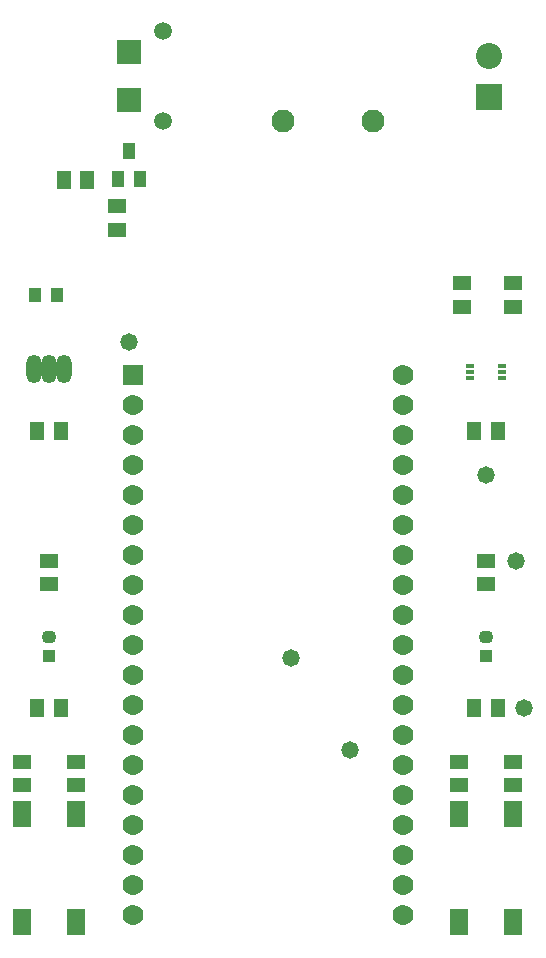
<source format=gts>
G04*
G04 #@! TF.GenerationSoftware,Altium Limited,Altium Designer,21.7.1 (17)*
G04*
G04 Layer_Color=8388736*
%FSLAX25Y25*%
%MOIN*%
G70*
G04*
G04 #@! TF.SameCoordinates,4F73F3F9-A25A-42A2-B41E-11CF7C4F7039*
G04*
G04*
G04 #@! TF.FilePolarity,Negative*
G04*
G01*
G75*
%ADD26R,0.03950X0.04540*%
%ADD27R,0.05918X0.04737*%
%ADD28R,0.04737X0.05918*%
%ADD29R,0.03950X0.05524*%
%ADD30R,0.08202X0.08359*%
%ADD31R,0.04343X0.03950*%
G04:AMPARAMS|DCode=32|XSize=39.5mil|YSize=43.43mil|CornerRadius=11.87mil|HoleSize=0mil|Usage=FLASHONLY|Rotation=270.000|XOffset=0mil|YOffset=0mil|HoleType=Round|Shape=RoundedRectangle|*
%AMROUNDEDRECTD32*
21,1,0.03950,0.01968,0,0,270.0*
21,1,0.01575,0.04343,0,0,270.0*
1,1,0.02375,-0.00984,-0.00787*
1,1,0.02375,-0.00984,0.00787*
1,1,0.02375,0.00984,0.00787*
1,1,0.02375,0.00984,-0.00787*
%
%ADD32ROUNDEDRECTD32*%
%ADD33R,0.06312X0.09068*%
%ADD34R,0.02965X0.01784*%
%ADD35C,0.06942*%
%ADD36R,0.06942X0.06942*%
%ADD37O,0.05170X0.09540*%
%ADD38C,0.05918*%
%ADD39C,0.07690*%
%ADD40R,0.08674X0.08674*%
%ADD41C,0.08674*%
%ADD42C,0.05800*%
D26*
X21063Y222440D02*
D03*
X28150Y222441D02*
D03*
D27*
X48228Y244094D02*
D03*
Y251969D02*
D03*
X163386Y218504D02*
D03*
Y226378D02*
D03*
X180118Y218504D02*
D03*
Y226378D02*
D03*
X171260Y133858D02*
D03*
Y125984D02*
D03*
X180118Y59055D02*
D03*
Y66929D02*
D03*
X34449Y59055D02*
D03*
Y66929D02*
D03*
X25591Y133858D02*
D03*
Y125984D02*
D03*
X162402Y66929D02*
D03*
Y59055D02*
D03*
X16732Y66929D02*
D03*
Y59055D02*
D03*
D28*
X30512Y260827D02*
D03*
X38386D02*
D03*
X29528Y177165D02*
D03*
X21654D02*
D03*
X167323D02*
D03*
X175197D02*
D03*
X167323Y84646D02*
D03*
X175197D02*
D03*
X21654D02*
D03*
X29528D02*
D03*
D29*
X55905Y261024D02*
D03*
X48425D02*
D03*
X52165Y270472D02*
D03*
D30*
Y287276D02*
D03*
Y303276D02*
D03*
D31*
X171260Y102067D02*
D03*
X25591D02*
D03*
D32*
X171260Y108563D02*
D03*
X25591D02*
D03*
D33*
X180118Y13583D02*
D03*
Y49409D02*
D03*
X162402D02*
D03*
Y13583D02*
D03*
X34449D02*
D03*
Y49409D02*
D03*
X16732D02*
D03*
Y13583D02*
D03*
D34*
X165847Y194882D02*
D03*
Y196850D02*
D03*
Y198819D02*
D03*
X176673D02*
D03*
Y196850D02*
D03*
Y194882D02*
D03*
D35*
X143425Y95906D02*
D03*
Y85905D02*
D03*
Y75906D02*
D03*
Y65905D02*
D03*
Y55905D02*
D03*
Y45906D02*
D03*
Y35906D02*
D03*
Y25905D02*
D03*
Y15905D02*
D03*
Y105905D02*
D03*
Y115905D02*
D03*
Y125906D02*
D03*
Y135906D02*
D03*
Y195905D02*
D03*
Y185906D02*
D03*
Y165905D02*
D03*
Y155905D02*
D03*
Y145905D02*
D03*
Y175906D02*
D03*
X53425Y115905D02*
D03*
Y105905D02*
D03*
Y95906D02*
D03*
Y85905D02*
D03*
Y75906D02*
D03*
Y65905D02*
D03*
Y55905D02*
D03*
Y45906D02*
D03*
Y15905D02*
D03*
Y35906D02*
D03*
Y25905D02*
D03*
Y175906D02*
D03*
Y165905D02*
D03*
Y155905D02*
D03*
Y145905D02*
D03*
Y135906D02*
D03*
Y125906D02*
D03*
Y185906D02*
D03*
D36*
Y195905D02*
D03*
D37*
X20591Y197794D02*
D03*
X25591D02*
D03*
X30591D02*
D03*
D38*
X63425Y310276D02*
D03*
Y280276D02*
D03*
D39*
X133425D02*
D03*
X103425D02*
D03*
D40*
X172244Y288386D02*
D03*
D41*
Y302165D02*
D03*
D42*
X184055Y84646D02*
D03*
X125984Y70866D02*
D03*
X171260Y162402D02*
D03*
X52165Y206693D02*
D03*
X106299Y101378D02*
D03*
X181102Y133858D02*
D03*
M02*

</source>
